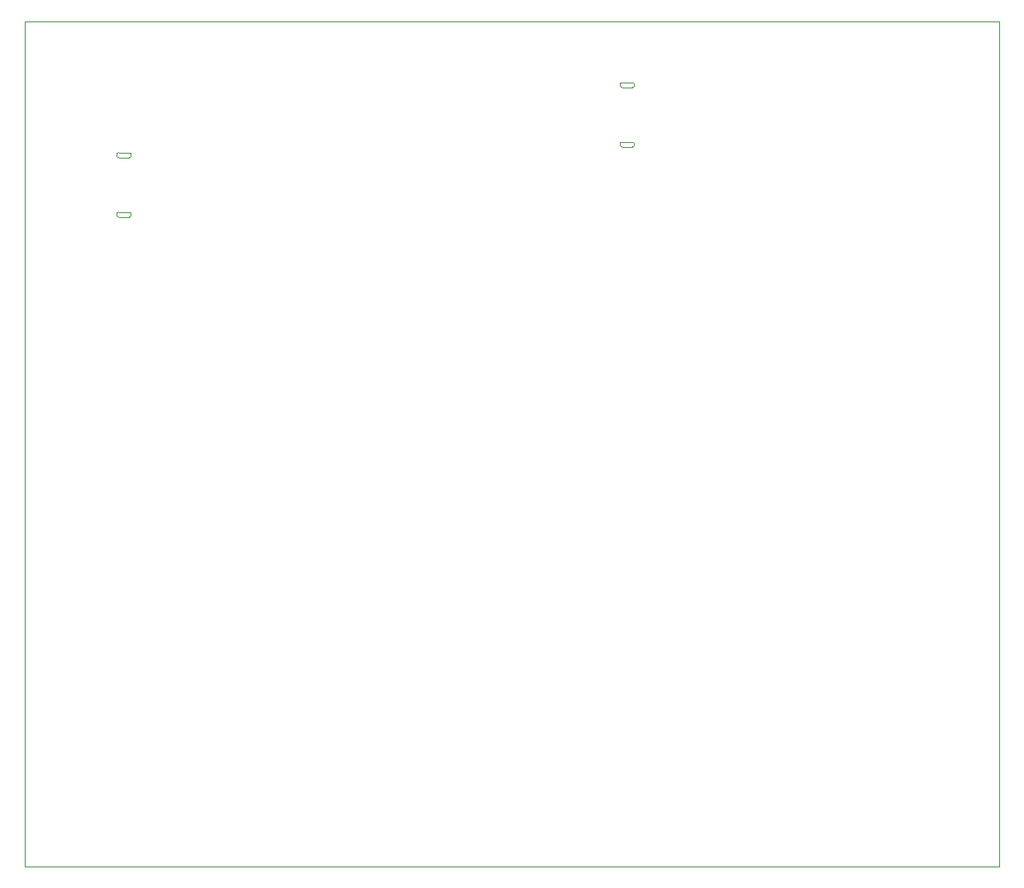
<source format=gbr>
%TF.GenerationSoftware,KiCad,Pcbnew,6.0.8*%
%TF.CreationDate,2024-03-27T11:01:58-07:00*%
%TF.ProjectId,GracefulPSU,47726163-6566-4756-9c50-53552e6b6963,rev?*%
%TF.SameCoordinates,Original*%
%TF.FileFunction,Profile,NP*%
%FSLAX46Y46*%
G04 Gerber Fmt 4.6, Leading zero omitted, Abs format (unit mm)*
G04 Created by KiCad (PCBNEW 6.0.8) date 2024-03-27 11:01:58*
%MOMM*%
%LPD*%
G01*
G04 APERTURE LIST*
%TA.AperFunction,Profile*%
%ADD10C,0.100000*%
%TD*%
%TA.AperFunction,Profile*%
%ADD11C,0.120000*%
%TD*%
G04 APERTURE END LIST*
D10*
X164105000Y-79194000D02*
X64269000Y-79194000D01*
X64269000Y-79194000D02*
X64269000Y-165808000D01*
X64269000Y-165808000D02*
X164105000Y-165808000D01*
X164105000Y-165808000D02*
X164105000Y-79194000D01*
D11*
%TO.C,C2*%
X74921000Y-99260000D02*
X73905000Y-99260000D01*
X73905000Y-92656000D02*
X74921000Y-92656000D01*
X74921000Y-93164000D02*
X73905000Y-93164000D01*
X73905000Y-98752000D02*
X74921000Y-98752000D01*
X74921000Y-93164000D02*
G75*
G03*
X74921000Y-92656000I0J254000D01*
G01*
X73905000Y-92656000D02*
G75*
G03*
X73905000Y-93164000I0J-254000D01*
G01*
X74921000Y-99260000D02*
G75*
G03*
X74921000Y-98752000I0J254000D01*
G01*
X73905000Y-98752000D02*
G75*
G03*
X73905000Y-99260000I0J-254000D01*
G01*
%TO.C,C8*%
X126478000Y-85979000D02*
G75*
G03*
X126478000Y-85471000I0J254000D01*
G01*
X126478000Y-92075000D02*
G75*
G03*
X126478000Y-91567000I0J254000D01*
G01*
X125462000Y-91567000D02*
G75*
G03*
X125462000Y-92075000I0J-254000D01*
G01*
X125462000Y-85471000D02*
G75*
G03*
X125462000Y-85979000I0J-254000D01*
G01*
X125462000Y-85471000D02*
X126478000Y-85471000D01*
X126478000Y-85979000D02*
X125462000Y-85979000D01*
X126478000Y-92075000D02*
X125462000Y-92075000D01*
X125462000Y-91567000D02*
X126478000Y-91567000D01*
%TD*%
M02*

</source>
